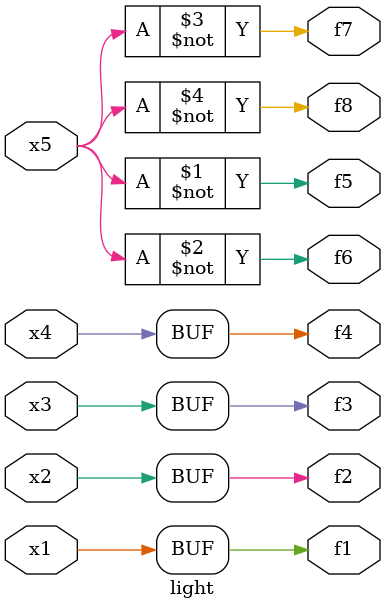
<source format=v>
module light (x1, x2, x3, x4, x5, f1, f2, f3, f4, f5, f6, f7, f8);
	input x1, x2, x3, x4, x5;
	output f1, f2, f3, f4, f5, f6, f7, f8;
	assign f1 = x1;
	assign f2 = x2;
	assign f3 = x3;
	assign f4 = x4;
	assign f5 = ~x5;
	assign f6 = ~x5;
	assign f7 = ~x5;
	assign f8 = ~x5;
endmodule
</source>
